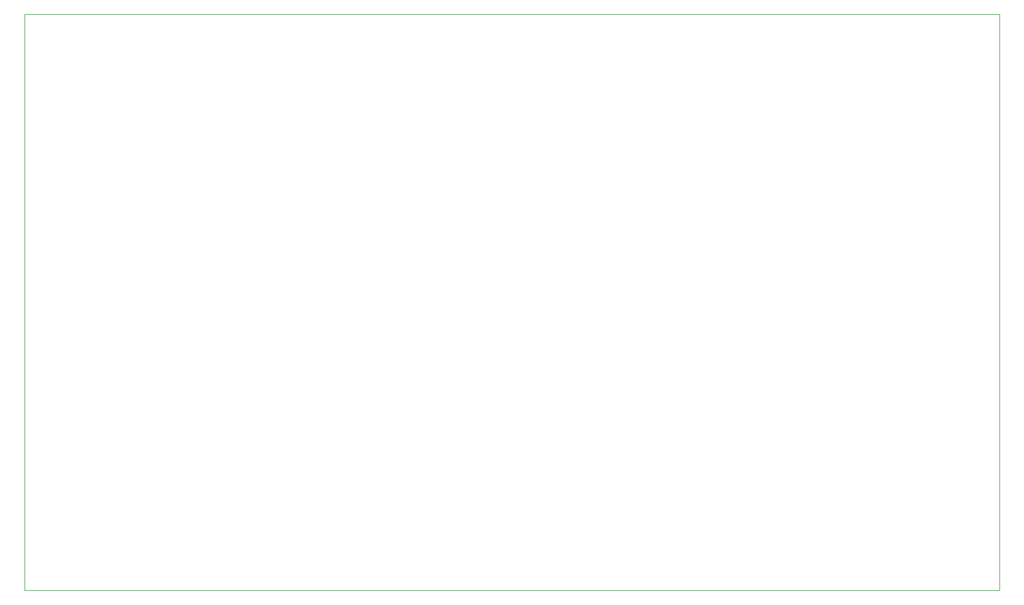
<source format=gbr>
%TF.GenerationSoftware,KiCad,Pcbnew,9.0.2*%
%TF.CreationDate,2025-10-22T08:39:05+07:00*%
%TF.ProjectId,MassageChair_HW_01_update,4d617373-6167-4654-9368-6169725f4857,rev?*%
%TF.SameCoordinates,Original*%
%TF.FileFunction,Paste,Bot*%
%TF.FilePolarity,Positive*%
%FSLAX46Y46*%
G04 Gerber Fmt 4.6, Leading zero omitted, Abs format (unit mm)*
G04 Created by KiCad (PCBNEW 9.0.2) date 2025-10-22 08:39:05*
%MOMM*%
%LPD*%
G01*
G04 APERTURE LIST*
%TA.AperFunction,Profile*%
%ADD10C,0.050000*%
%TD*%
G04 APERTURE END LIST*
D10*
X75850000Y-55100000D02*
X227250000Y-55100000D01*
X227250000Y-144600000D01*
X75850000Y-144600000D01*
X75850000Y-55100000D01*
M02*

</source>
